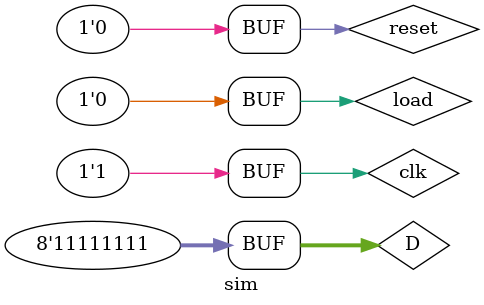
<source format=v>
`timescale 1ns / 1ps


module sim();
    parameter n=8;
    reg load;
    reg [n-1:0] D;
    reg clk;
    reg reset;
    wire[n-1:0] Q;
    
    
    n_bit_register uut(.load(load),.D(D),.clk(clk),.reset(reset),.Q(Q));
    
    
    parameter PERIOD=2;
    
    always begin
    clk=1'b0;
    #(PERIOD/2);
    clk=1'b1;
    #(PERIOD/2);
    end 

    initial begin
    reset=1;
    #10
    reset=0;
    D=8'b00000000;
    load=1;
    #10;
    D=8'b00000000;
    load=1;
    #10;
    D=8'b11111111;
    load=1;
    #10;
    D=8'b11111111;
    load=0;
    end

    
endmodule

</source>
